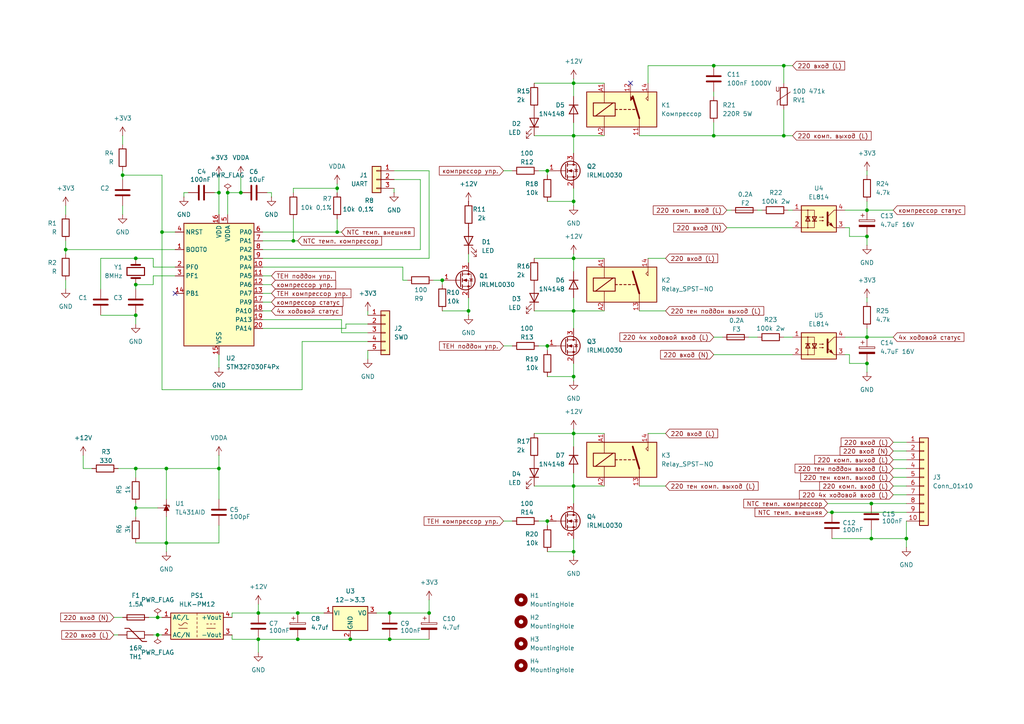
<source format=kicad_sch>
(kicad_sch (version 20231120) (generator "eeschema") (generator_version "8.0")
  (paper "A4")
  (title_block (date "2024-11-15"))
  (junction (at 85.09 69.85))
  (junction (at 128.27 81.28))
  (junction (at 35.56 50.8))
  (junction (at 166.37 90.17))
  (junction (at 74.93 177.8))
  (junction (at 158.75 151.13))
  (junction (at 166.37 109.22))
  (junction (at 66.04 55.88))
  (junction (at 166.37 125.73))
  (junction (at 39.37 82.55))
  (junction (at 39.37 147.32))
  (junction (at 207.01 19.05))
  (junction (at 74.93 185.42))
  (junction (at 86.36 185.42))
  (junction (at 207.01 39.37))
  (junction (at 97.79 54.61))
  (junction (at 251.46 97.79))
  (junction (at 45.72 184.15))
  (junction (at 252.73 146.05))
  (junction (at 227.33 39.37))
  (junction (at 158.75 49.53))
  (junction (at 46.99 67.31))
  (junction (at 63.5 55.88))
  (junction (at 97.79 67.31))
  (junction (at 48.26 157.48))
  (junction (at 86.36 177.8))
  (junction (at 241.3 148.59))
  (junction (at 69.85 55.88))
  (junction (at 251.46 60.96))
  (junction (at 113.03 177.8))
  (junction (at 227.33 19.05))
  (junction (at 251.46 105.41))
  (junction (at 166.37 140.97))
  (junction (at 39.37 91.44))
  (junction (at 48.26 135.89))
  (junction (at 113.03 185.42))
  (junction (at 166.37 24.13))
  (junction (at 39.37 135.89))
  (junction (at 166.37 74.93))
  (junction (at 124.46 177.8))
  (junction (at 166.37 39.37))
  (junction (at 63.5 135.89))
  (junction (at 19.05 72.39))
  (junction (at 158.75 100.33))
  (junction (at 135.89 90.17))
  (junction (at 251.46 68.58))
  (junction (at 166.37 160.02))
  (junction (at 45.72 179.07))
  (junction (at 39.37 74.93))
  (junction (at 101.6 185.42))
  (junction (at 252.73 156.21))
  (junction (at 166.37 58.42))
  (junction (at 262.89 156.21))
  (no_connect (at 182.88 24.13))
  (no_connect (at 50.8 85.09))
  (wire (pts (xy 39.37 147.32) (xy 39.37 149.86)))
  (wire (pts (xy 67.31 177.8) (xy 74.93 177.8)))
  (wire (pts (xy 154.94 125.73) (xy 166.37 125.73)))
  (wire (pts (xy 106.68 90.17) (xy 106.68 91.44)))
  (wire (pts (xy 74.93 185.42) (xy 74.93 189.23)))
  (wire (pts (xy 63.5 55.88) (xy 63.5 62.23)))
  (wire (pts (xy 101.6 185.42) (xy 113.03 185.42)))
  (wire (pts (xy 227.33 97.79) (xy 229.87 97.79)))
  (wire (pts (xy 251.46 68.58) (xy 251.46 71.12)))
  (wire (pts (xy 35.56 49.53) (xy 35.56 50.8)))
  (wire (pts (xy 156.21 151.13) (xy 158.75 151.13)))
  (wire (pts (xy 33.02 179.07) (xy 35.56 179.07)))
  (wire (pts (xy 97.79 54.61) (xy 97.79 55.88)))
  (wire (pts (xy 135.89 73.66) (xy 135.89 76.2)))
  (wire (pts (xy 86.36 177.8) (xy 93.98 177.8)))
  (wire (pts (xy 156.21 49.53) (xy 158.75 49.53)))
  (wire (pts (xy 227.33 31.75) (xy 227.33 39.37)))
  (wire (pts (xy 39.37 135.89) (xy 39.37 138.43)))
  (wire (pts (xy 166.37 35.56) (xy 166.37 39.37)))
  (wire (pts (xy 99.06 92.71) (xy 99.06 96.52)))
  (wire (pts (xy 240.03 146.05) (xy 252.73 146.05)))
  (wire (pts (xy 207.01 19.05) (xy 227.33 19.05)))
  (wire (pts (xy 207.01 39.37) (xy 185.42 39.37)))
  (wire (pts (xy 240.03 148.59) (xy 241.3 148.59)))
  (wire (pts (xy 78.74 57.15) (xy 78.74 55.88)))
  (wire (pts (xy 246.38 68.58) (xy 251.46 68.58)))
  (wire (pts (xy 67.31 185.42) (xy 67.31 184.15)))
  (wire (pts (xy 46.99 67.31) (xy 46.99 113.03)))
  (wire (pts (xy 262.89 158.75) (xy 262.89 156.21)))
  (wire (pts (xy 158.75 109.22) (xy 166.37 109.22)))
  (wire (pts (xy 158.75 160.02) (xy 166.37 160.02)))
  (wire (pts (xy 158.75 151.13) (xy 158.75 152.4)))
  (wire (pts (xy 227.33 19.05) (xy 227.33 24.13)))
  (wire (pts (xy 146.05 49.53) (xy 148.59 49.53)))
  (wire (pts (xy 166.37 74.93) (xy 175.26 74.93)))
  (wire (pts (xy 241.3 156.21) (xy 252.73 156.21)))
  (wire (pts (xy 34.29 135.89) (xy 39.37 135.89)))
  (wire (pts (xy 39.37 82.55) (xy 44.45 82.55)))
  (wire (pts (xy 166.37 74.93) (xy 166.37 78.74)))
  (wire (pts (xy 19.05 69.85) (xy 19.05 72.39)))
  (wire (pts (xy 227.33 39.37) (xy 229.87 39.37)))
  (wire (pts (xy 35.56 50.8) (xy 35.56 52.07)))
  (wire (pts (xy 67.31 179.07) (xy 67.31 177.8)))
  (wire (pts (xy 33.02 184.15) (xy 34.29 184.15)))
  (wire (pts (xy 97.79 63.5) (xy 97.79 67.31)))
  (wire (pts (xy 114.3 49.53) (xy 124.46 49.53)))
  (wire (pts (xy 175.26 39.37) (xy 166.37 39.37)))
  (wire (pts (xy 158.75 100.33) (xy 158.75 101.6)))
  (wire (pts (xy 66.04 55.88) (xy 69.85 55.88)))
  (wire (pts (xy 219.71 60.96) (xy 220.98 60.96)))
  (wire (pts (xy 97.79 67.31) (xy 99.06 67.31)))
  (wire (pts (xy 48.26 157.48) (xy 48.26 149.86)))
  (wire (pts (xy 53.34 55.88) (xy 54.61 55.88)))
  (wire (pts (xy 251.46 97.79) (xy 259.08 97.79)))
  (wire (pts (xy 66.04 62.23) (xy 66.04 55.88)))
  (wire (pts (xy 29.21 91.44) (xy 39.37 91.44)))
  (wire (pts (xy 76.2 90.17) (xy 78.74 90.17)))
  (wire (pts (xy 227.33 19.05) (xy 229.87 19.05)))
  (wire (pts (xy 166.37 39.37) (xy 166.37 44.45)))
  (wire (pts (xy 124.46 74.93) (xy 76.2 74.93)))
  (wire (pts (xy 166.37 160.02) (xy 166.37 161.29)))
  (wire (pts (xy 166.37 54.61) (xy 166.37 58.42)))
  (wire (pts (xy 35.56 39.37) (xy 35.56 41.91)))
  (wire (pts (xy 154.94 90.17) (xy 166.37 90.17)))
  (wire (pts (xy 207.01 97.79) (xy 209.55 97.79)))
  (wire (pts (xy 187.96 74.93) (xy 193.04 74.93)))
  (wire (pts (xy 252.73 146.05) (xy 262.89 146.05)))
  (wire (pts (xy 259.08 128.27) (xy 262.89 128.27)))
  (wire (pts (xy 210.82 66.04) (xy 229.87 66.04)))
  (wire (pts (xy 74.93 185.42) (xy 86.36 185.42)))
  (wire (pts (xy 43.18 179.07) (xy 45.72 179.07)))
  (wire (pts (xy 166.37 86.36) (xy 166.37 90.17)))
  (wire (pts (xy 87.63 113.03) (xy 87.63 99.06)))
  (wire (pts (xy 29.21 83.82) (xy 29.21 74.93)))
  (wire (pts (xy 74.93 177.8) (xy 86.36 177.8)))
  (wire (pts (xy 259.08 140.97) (xy 262.89 140.97)))
  (wire (pts (xy 114.3 52.07) (xy 121.92 52.07)))
  (wire (pts (xy 259.08 143.51) (xy 262.89 143.51)))
  (wire (pts (xy 245.11 102.87) (xy 246.38 102.87)))
  (wire (pts (xy 113.03 185.42) (xy 124.46 185.42)))
  (wire (pts (xy 166.37 140.97) (xy 175.26 140.97)))
  (wire (pts (xy 63.5 102.87) (xy 63.5 106.68)))
  (wire (pts (xy 45.72 184.15) (xy 46.99 184.15)))
  (wire (pts (xy 48.26 144.78) (xy 48.26 135.89)))
  (wire (pts (xy 85.09 54.61) (xy 97.79 54.61)))
  (wire (pts (xy 39.37 157.48) (xy 48.26 157.48)))
  (wire (pts (xy 259.08 133.35) (xy 262.89 133.35)))
  (wire (pts (xy 85.09 63.5) (xy 85.09 69.85)))
  (wire (pts (xy 207.01 102.87) (xy 229.87 102.87)))
  (wire (pts (xy 217.17 97.79) (xy 219.71 97.79)))
  (wire (pts (xy 50.8 67.31) (xy 46.99 67.31)))
  (wire (pts (xy 44.45 80.01) (xy 44.45 82.55)))
  (wire (pts (xy 44.45 184.15) (xy 45.72 184.15)))
  (wire (pts (xy 251.46 105.41) (xy 251.46 107.95)))
  (wire (pts (xy 63.5 55.88) (xy 62.23 55.88)))
  (wire (pts (xy 246.38 105.41) (xy 251.46 105.41)))
  (wire (pts (xy 128.27 81.28) (xy 128.27 82.55)))
  (wire (pts (xy 76.2 87.63) (xy 78.74 87.63)))
  (wire (pts (xy 76.2 95.25) (xy 100.33 95.25)))
  (wire (pts (xy 116.84 81.28) (xy 116.84 77.47)))
  (wire (pts (xy 166.37 22.86) (xy 166.37 24.13)))
  (wire (pts (xy 74.93 175.26) (xy 74.93 177.8)))
  (wire (pts (xy 50.8 77.47) (xy 44.45 77.47)))
  (wire (pts (xy 63.5 144.78) (xy 63.5 135.89)))
  (wire (pts (xy 154.94 74.93) (xy 166.37 74.93)))
  (wire (pts (xy 50.8 80.01) (xy 44.45 80.01)))
  (wire (pts (xy 76.2 67.31) (xy 97.79 67.31)))
  (wire (pts (xy 63.5 157.48) (xy 48.26 157.48)))
  (wire (pts (xy 106.68 101.6) (xy 106.68 104.14)))
  (wire (pts (xy 85.09 55.88) (xy 85.09 54.61)))
  (wire (pts (xy 146.05 151.13) (xy 148.59 151.13)))
  (wire (pts (xy 45.72 147.32) (xy 39.37 147.32)))
  (wire (pts (xy 63.5 132.08) (xy 63.5 135.89)))
  (wire (pts (xy 259.08 135.89) (xy 262.89 135.89)))
  (wire (pts (xy 39.37 82.55) (xy 39.37 83.82)))
  (wire (pts (xy 69.85 50.8) (xy 69.85 55.88)))
  (wire (pts (xy 48.26 135.89) (xy 39.37 135.89)))
  (wire (pts (xy 166.37 90.17) (xy 175.26 90.17)))
  (wire (pts (xy 19.05 81.28) (xy 19.05 83.82)))
  (wire (pts (xy 210.82 60.96) (xy 212.09 60.96)))
  (wire (pts (xy 78.74 55.88) (xy 77.47 55.88)))
  (wire (pts (xy 166.37 90.17) (xy 166.37 95.25)))
  (wire (pts (xy 135.89 86.36) (xy 135.89 90.17)))
  (wire (pts (xy 228.6 60.96) (xy 229.87 60.96)))
  (wire (pts (xy 154.94 39.37) (xy 166.37 39.37)))
  (wire (pts (xy 166.37 109.22) (xy 166.37 110.49)))
  (wire (pts (xy 207.01 19.05) (xy 187.96 19.05)))
  (wire (pts (xy 166.37 24.13) (xy 175.26 24.13)))
  (wire (pts (xy 121.92 52.07) (xy 121.92 72.39)))
  (wire (pts (xy 116.84 77.47) (xy 76.2 77.47)))
  (wire (pts (xy 252.73 156.21) (xy 262.89 156.21)))
  (wire (pts (xy 251.46 49.53) (xy 251.46 50.8)))
  (wire (pts (xy 146.05 100.33) (xy 148.59 100.33)))
  (wire (pts (xy 251.46 86.36) (xy 251.46 87.63)))
  (wire (pts (xy 116.84 81.28) (xy 118.11 81.28)))
  (wire (pts (xy 166.37 27.94) (xy 166.37 24.13)))
  (wire (pts (xy 44.45 74.93) (xy 39.37 74.93)))
  (wire (pts (xy 185.42 140.97) (xy 193.04 140.97)))
  (wire (pts (xy 85.09 69.85) (xy 86.36 69.85)))
  (wire (pts (xy 76.2 85.09) (xy 78.74 85.09)))
  (wire (pts (xy 97.79 53.34) (xy 97.79 54.61)))
  (wire (pts (xy 246.38 66.04) (xy 246.38 68.58)))
  (wire (pts (xy 158.75 49.53) (xy 158.75 50.8)))
  (wire (pts (xy 124.46 173.99) (xy 124.46 177.8)))
  (wire (pts (xy 124.46 49.53) (xy 124.46 74.93)))
  (wire (pts (xy 128.27 90.17) (xy 135.89 90.17)))
  (wire (pts (xy 185.42 90.17) (xy 193.04 90.17)))
  (wire (pts (xy 166.37 156.21) (xy 166.37 160.02)))
  (wire (pts (xy 166.37 140.97) (xy 166.37 146.05)))
  (wire (pts (xy 19.05 72.39) (xy 19.05 73.66)))
  (wire (pts (xy 114.3 54.61) (xy 114.3 55.88)))
  (wire (pts (xy 207.01 26.67) (xy 207.01 27.94)))
  (wire (pts (xy 259.08 130.81) (xy 262.89 130.81)))
  (wire (pts (xy 158.75 58.42) (xy 166.37 58.42)))
  (wire (pts (xy 166.37 125.73) (xy 166.37 129.54)))
  (wire (pts (xy 187.96 19.05) (xy 187.96 24.13)))
  (wire (pts (xy 245.11 60.96) (xy 251.46 60.96)))
  (wire (pts (xy 166.37 73.66) (xy 166.37 74.93)))
  (wire (pts (xy 46.99 50.8) (xy 35.56 50.8)))
  (wire (pts (xy 19.05 59.69) (xy 19.05 62.23)))
  (wire (pts (xy 135.89 90.17) (xy 135.89 91.44)))
  (wire (pts (xy 76.2 82.55) (xy 78.74 82.55)))
  (wire (pts (xy 113.03 177.8) (xy 124.46 177.8)))
  (wire (pts (xy 39.37 91.44) (xy 39.37 93.98)))
  (wire (pts (xy 87.63 99.06) (xy 106.68 99.06)))
  (wire (pts (xy 63.5 152.4) (xy 63.5 157.48)))
  (wire (pts (xy 166.37 125.73) (xy 175.26 125.73)))
  (wire (pts (xy 24.13 132.08) (xy 24.13 135.89)))
  (wire (pts (xy 76.2 80.01) (xy 78.74 80.01)))
  (wire (pts (xy 156.21 100.33) (xy 158.75 100.33)))
  (wire (pts (xy 100.33 93.98) (xy 106.68 93.98)))
  (wire (pts (xy 166.37 137.16) (xy 166.37 140.97)))
  (wire (pts (xy 207.01 39.37) (xy 227.33 39.37)))
  (wire (pts (xy 24.13 135.89) (xy 26.67 135.89)))
  (wire (pts (xy 53.34 57.15) (xy 53.34 55.88)))
  (wire (pts (xy 45.72 179.07) (xy 46.99 179.07)))
  (wire (pts (xy 187.96 125.73) (xy 193.04 125.73)))
  (wire (pts (xy 245.11 66.04) (xy 246.38 66.04)))
  (wire (pts (xy 39.37 147.32) (xy 39.37 146.05)))
  (wire (pts (xy 246.38 102.87) (xy 246.38 105.41)))
  (wire (pts (xy 76.2 92.71) (xy 99.06 92.71)))
  (wire (pts (xy 166.37 105.41) (xy 166.37 109.22)))
  (wire (pts (xy 109.22 177.8) (xy 113.03 177.8)))
  (wire (pts (xy 76.2 72.39) (xy 121.92 72.39)))
  (wire (pts (xy 207.01 35.56) (xy 207.01 39.37)))
  (wire (pts (xy 125.73 81.28) (xy 128.27 81.28)))
  (wire (pts (xy 63.5 135.89) (xy 48.26 135.89)))
  (wire (pts (xy 245.11 97.79) (xy 251.46 97.79)))
  (wire (pts (xy 100.33 93.98) (xy 100.33 95.25)))
  (wire (pts (xy 67.31 185.42) (xy 74.93 185.42)))
  (wire (pts (xy 99.06 96.52) (xy 106.68 96.52)))
  (wire (pts (xy 259.08 138.43) (xy 262.89 138.43)))
  (wire (pts (xy 251.46 58.42) (xy 251.46 60.96)))
  (wire (pts (xy 166.37 58.42) (xy 166.37 59.69)))
  (wire (pts (xy 46.99 113.03) (xy 87.63 113.03)))
  (wire (pts (xy 252.73 153.67) (xy 252.73 156.21)))
  (wire (pts (xy 48.26 157.48) (xy 48.26 160.02)))
  (wire (pts (xy 241.3 148.59) (xy 262.89 148.59)))
  (wire (pts (xy 251.46 95.25) (xy 251.46 97.79)))
  (wire (pts (xy 154.94 140.97) (xy 166.37 140.97)))
  (wire (pts (xy 63.5 50.8) (xy 63.5 55.88)))
  (wire (pts (xy 86.36 185.42) (xy 101.6 185.42)))
  (wire (pts (xy 154.94 24.13) (xy 166.37 24.13)))
  (wire (pts (xy 76.2 69.85) (xy 85.09 69.85)))
  (wire (pts (xy 44.45 77.47) (xy 44.45 74.93)))
  (wire (pts (xy 46.99 67.31) (xy 46.99 50.8)))
  (wire (pts (xy 35.56 59.69) (xy 35.56 62.23)))
  (wire (pts (xy 29.21 74.93) (xy 39.37 74.93)))
  (wire (pts (xy 166.37 124.46) (xy 166.37 125.73)))
  (wire (pts (xy 19.05 72.39) (xy 50.8 72.39)))
  (wire (pts (xy 251.46 60.96) (xy 259.08 60.96)))
  (wire (pts (xy 262.89 156.21) (xy 262.89 151.13)))
  (global_label "220 тен комп. выход (L)" (shape input) (at 259.08 138.43 180) (property "Intersheetrefs" "${INTERSHEET_REFS}" (effects (hide yes))))
  (global_label "220 комп. выход (L)" (shape input) (at 259.08 133.35 180) (property "Intersheetrefs" "${INTERSHEET_REFS}" (effects (hide yes))))
  (global_label "220 тен комп. выход (L)" (shape input) (at 193.04 140.97 0) (property "Intersheetrefs" "${INTERSHEET_REFS}" (effects (hide yes))))
  (global_label "220 4х ходовой вход (L)" (shape input) (at 207.01 97.79 180) (property "Intersheetrefs" "${INTERSHEET_REFS}" (effects (hide yes))))
  (global_label "ТЕН поддон упр." (shape input) (at 146.05 100.33 180) (property "Intersheetrefs" "${INTERSHEET_REFS}" (effects (hide yes))))
  (global_label "4х ходовой статус" (shape input) (at 259.08 97.79 0) (property "Intersheetrefs" "${INTERSHEET_REFS}" (effects (hide yes))))
  (global_label "220 комп. вход (L)" (shape input) (at 210.82 60.96 180) (property "Intersheetrefs" "${INTERSHEET_REFS}" (effects (hide yes))))
  (global_label "220 вход (N)" (shape input) (at 259.08 130.81 180) (property "Intersheetrefs" "${INTERSHEET_REFS}" (effects (hide yes))))
  (global_label "NTC темп. компрессор" (shape input) (at 240.03 146.05 180) (property "Intersheetrefs" "${INTERSHEET_REFS}" (effects (hide yes))))
  (global_label "220 вход (L)" (shape input) (at 33.02 184.15 180) (property "Intersheetrefs" "${INTERSHEET_REFS}" (effects (hide yes))))
  (global_label "220 тен поддон выход (L)" (shape input) (at 259.08 135.89 180) (property "Intersheetrefs" "${INTERSHEET_REFS}" (effects (hide yes))))
  (global_label "ТЕН компрессор упр." (shape input) (at 146.05 151.13 180) (property "Intersheetrefs" "${INTERSHEET_REFS}" (effects (hide yes))))
  (global_label "NTC темп. внешняя" (shape input) (at 99.06 67.31 0) (property "Intersheetrefs" "${INTERSHEET_REFS}" (effects (hide yes))))
  (global_label "ТЕН компрессор упр." (shape input) (at 78.74 85.09 0) (property "Intersheetrefs" "${INTERSHEET_REFS}" (effects (hide yes))))
  (global_label "NTC темп. компрессор" (shape input) (at 86.36 69.85 0) (property "Intersheetrefs" "${INTERSHEET_REFS}" (effects (hide yes))))
  (global_label "220 вход (N)" (shape input) (at 210.82 66.04 180) (property "Intersheetrefs" "${INTERSHEET_REFS}" (effects (hide yes))))
  (global_label "220 комп. вход (L)" (shape input) (at 259.08 140.97 180) (property "Intersheetrefs" "${INTERSHEET_REFS}" (effects (hide yes))))
  (global_label "220 тен поддон выход (L)" (shape input) (at 193.04 90.17 0) (property "Intersheetrefs" "${INTERSHEET_REFS}" (effects (hide yes))))
  (global_label "220 вход (N)" (shape input) (at 33.02 179.07 180) (property "Intersheetrefs" "${INTERSHEET_REFS}" (effects (hide yes))))
  (global_label "220 вход (L)" (shape input) (at 193.04 74.93 0) (property "Intersheetrefs" "${INTERSHEET_REFS}" (effects (hide yes))))
  (global_label "компрессор упр." (shape input) (at 146.05 49.53 180) (property "Intersheetrefs" "${INTERSHEET_REFS}" (effects (hide yes))))
  (global_label "4х ходовой статус" (shape input) (at 78.74 90.17 0) (property "Intersheetrefs" "${INTERSHEET_REFS}" (effects (hide yes))))
  (global_label "компрессор упр." (shape input) (at 78.74 82.55 0) (property "Intersheetrefs" "${INTERSHEET_REFS}" (effects (hide yes))))
  (global_label "компрессор статус" (shape input) (at 78.74 87.63 0) (property "Intersheetrefs" "${INTERSHEET_REFS}" (effects (hide yes))))
  (global_label "220 вход (L)" (shape input) (at 193.04 125.73 0) (property "Intersheetrefs" "${INTERSHEET_REFS}" (effects (hide yes))))
  (global_label "компрессор статус" (shape input) (at 259.08 60.96 0) (property "Intersheetrefs" "${INTERSHEET_REFS}" (effects (hide yes))))
  (global_label "220 4х ходовой вход (L)" (shape input) (at 259.08 143.51 180) (property "Intersheetrefs" "${INTERSHEET_REFS}" (effects (hide yes))))
  (global_label "220 вход (L)" (shape input) (at 229.87 19.05 0) (property "Intersheetrefs" "${INTERSHEET_REFS}" (effects (hide yes))))
  (global_label "220 вход (N)" (shape input) (at 207.01 102.87 180) (property "Intersheetrefs" "${INTERSHEET_REFS}" (effects (hide yes))))
  (global_label "NTC темп. внешняя" (shape input) (at 240.03 148.59 180) (property "Intersheetrefs" "${INTERSHEET_REFS}" (effects (hide yes))))
  (global_label "220 вход (L)" (shape input) (at 259.08 128.27 180) (property "Intersheetrefs" "${INTERSHEET_REFS}" (effects (hide yes))))
  (global_label "ТЕН поддон упр." (shape input) (at 78.74 80.01 0) (property "Intersheetrefs" "${INTERSHEET_REFS}" (effects (hide yes))))
  (global_label "220 комп. выход (L)" (shape input) (at 229.87 39.37 0) (property "Intersheetrefs" "${INTERSHEET_REFS}" (effects (hide yes))))
  (symbol (lib_id "Isolator:EL814") (at 237.49 63.5 0) (unit 1)
    (property "Reference" "U4" (at 237.49 54.61 0))
    (property "Value" "EL814" (at 237.49 57.15 0))
    (property "Footprint" "Package_DIP:DIP-4_W7.62mm_LongPads" (effects (hide yes)))
    (property "Datasheet" "http://www.everlight.com/file/ProductFile/EL814.pdf" (effects (hide yes)))
    (property "Description" "AC/DC NPN Optocoupler, DIP4/SMD4" (effects (hide yes)))
  )
  (symbol (lib_id "Device:R") (at 223.52 97.79 90) (unit 1)
    (property "Reference" "R23" (at 223.52 92.71 90))
    (property "Value" "100k 2w" (at 223.52 95.25 90))
    (property "Footprint" "Resistor_THT:R_Axial_DIN0207_L6.3mm_D2.5mm_P5.08mm_Vertical" (effects (hide yes)))
    (property "Description" "Resistor" (effects (hide yes)))
  )
  (symbol (lib_id "Device:R") (at 128.27 86.36 0) (mirror y) (unit 1)
    (property "Reference" "R10" (at 133.35 84.836 0) (effects (justify left)))
    (property "Value" "10k" (at 133.35 87.376 0) (effects (justify left)))
    (property "Footprint" "Resistor_SMD:R_0805_2012Metric_Pad1.20x1.40mm_HandSolder" (effects (hide yes)))
    (property "Description" "Resistor" (effects (hide yes)))
  )
  (symbol (lib_id "Device:Varistor") (at 227.33 27.94 0) (mirror x) (unit 1)
    (property "Reference" "RV1" (at 229.87 29.0168 0) (effects (justify left)))
    (property "Value" "10D 471k" (at 229.87 26.4768 0) (effects (justify left)))
    (property "Footprint" "Varistor:RV_Disc_D9mm_W3.4mm_P5mm" (effects (hide yes)))
    (property "Description" "Voltage dependent resistor" (effects (hide yes)))
    (property "Sim.Name" "kicad_builtin_varistor" (effects (hide yes)))
    (property "Sim.Device" "SUBCKT" (effects (hide yes)))
    (property "Sim.Pins" "1=A 2=B" (effects (hide yes)))
    (property "Sim.Params" "threshold=1k" (effects (hide yes)))
    (property "Sim.Library" "${KICAD7_SYMBOL_DIR}/Simulation_SPICE.sp" (effects (hide yes)))
  )
  (symbol (lib_id "Device:R") (at 19.05 77.47 0) (mirror y) (unit 1)
    (property "Reference" "R2" (at 16.51 76.1999 0) (effects (justify left)))
    (property "Value" "R" (at 16.51 78.7399 0) (effects (justify left)))
    (property "Footprint" "Resistor_SMD:R_0805_2012Metric_Pad1.20x1.40mm_HandSolder" (effects (hide yes)))
    (property "Description" "Resistor" (effects (hide yes)))
  )
  (symbol (lib_id "Device:R") (at 154.94 27.94 0) (unit 1)
    (property "Reference" "R15" (at 149.86 26.416 0) (effects (justify left)))
    (property "Value" "2k" (at 149.86 28.956 0) (effects (justify left)))
    (property "Footprint" "Resistor_SMD:R_0805_2012Metric_Pad1.20x1.40mm_HandSolder" (effects (hide yes)))
    (property "Description" "Resistor" (effects (hide yes)))
  )
  (symbol (lib_id "Relay:Relay_SPDT") (at 180.34 31.75 0) (unit 1)
    (property "Reference" "K1" (at 191.77 30.4799 0) (effects (justify left)))
    (property "Value" "Компрессор" (at 191.77 33.0199 0) (effects (justify left)))
    (property "Footprint" "Relay_THT:Relay_SPDT_RAYEX-L90S" (effects (hide yes)))
    (property "Description" "Relay SPDT, monostable, EN50005" (effects (hide yes)))
  )
  (symbol (lib_id "MCU_ST_STM32F0:STM32F030F4Px") (at 63.5 82.55 0) (unit 1)
    (property "Reference" "U2" (at 65.532 103.886 0) (effects (justify left)))
    (property "Value" "STM32F030F4Px" (at 65.532 106.426 0) (effects (justify left)))
    (property "Footprint" "Package_SO:TSSOP-20_4.4x6.5mm_P0.65mm" (effects (hide yes)))
    (property "Datasheet" "https://www.st.com/resource/en/datasheet/stm32f030f4.pdf" (effects (hide yes)))
    (property "Description" "STMicroelectronics Arm Cortex-M0 MCU, 16KB flash, 4KB RAM, 48 MHz, 2.4-3.6V, 15 GPIO, TSSOP20" (effects (hide yes)))
  )
  (symbol (lib_id "Relay:Relay_SPST-NO") (at 180.34 82.55 0) (unit 1)
    (property "Reference" "K2" (at 191.77 81.2799 0) (effects (justify left)))
    (property "Value" "Relay_SPST-NO" (at 191.77 83.8199 0) (effects (justify left)))
    (property "Footprint" "Relay_THT:Relay_SPST_Schrack-RP-II-1-FormA_RM3.5mm" (effects (hide yes)))
    (property "Description" "Relay SPST, normally open, EN50005" (effects (hide yes)))
  )
  (symbol (lib_id "Device:R") (at 152.4 100.33 90) (unit 1)
    (property "Reference" "R13" (at 150.8981 97.7942 90) (effects (justify right)))
    (property "Value" "100" (at 150.8981 95.2542 90) (effects (justify right)))
    (property "Footprint" "Resistor_SMD:R_0805_2012Metric_Pad1.20x1.40mm_HandSolder" (effects (hide yes)))
    (property "Description" "Resistor" (effects (hide yes)))
  )
  (symbol (lib_id "power:GND") (at 63.5 106.68 0) (unit 1)
    (property "Reference" "#PWR010" (effects (hide yes)))
    (property "Value" "GND" (at 63.5 111.76 0))
    (property "Description" "Power symbol creates a global label with name \"GND\" , ground" (effects (hide yes)))
  )
  (symbol (lib_id "Isolator:EL814") (at 237.49 100.33 0) (unit 1)
    (property "Reference" "U5" (at 237.49 91.44 0))
    (property "Value" "EL814" (at 237.49 93.98 0))
    (property "Footprint" "Package_DIP:DIP-4_W7.62mm_LongPads" (effects (hide yes)))
    (property "Datasheet" "http://www.everlight.com/file/ProductFile/EL814.pdf" (effects (hide yes)))
    (property "Description" "AC/DC NPN Optocoupler, DIP4/SMD4" (effects (hide yes)))
  )
  (symbol (lib_id "Device:C_Polarized") (at 86.36 181.61 0) (unit 1)
    (property "Reference" "C8" (at 90.17 179.4509 0) (effects (justify left)))
    (property "Value" "4.7uf" (at 90.17 181.9909 0) (effects (justify left)))
    (property "Footprint" "Capacitor_THT:CP_Radial_D5.0mm_P2.50mm" (effects (hide yes)))
    (property "Description" "Polarized capacitor" (effects (hide yes)))
  )
  (symbol (lib_id "Device:R") (at 152.4 151.13 90) (unit 1)
    (property "Reference" "R14" (at 150.8981 148.5942 90) (effects (justify right)))
    (property "Value" "100" (at 150.8981 146.0542 90) (effects (justify right)))
    (property "Footprint" "Resistor_SMD:R_0805_2012Metric_Pad1.20x1.40mm_HandSolder" (effects (hide yes)))
    (property "Description" "Resistor" (effects (hide yes)))
  )
  (symbol (lib_id "power:GND") (at 251.46 107.95 0) (unit 1)
    (property "Reference" "#PWR032" (effects (hide yes)))
    (property "Value" "GND" (at 251.46 113.03 0))
    (property "Description" "Power symbol creates a global label with name \"GND\" , ground" (effects (hide yes)))
  )
  (symbol (lib_id "Device:C") (at 58.42 55.88 270) (mirror x) (unit 1)
    (property "Reference" "C4" (at 57.15 49.784 90) (effects (justify left)))
    (property "Value" "100nF" (at 55.118 52.07 90) (effects (justify left)))
    (property "Footprint" "Capacitor_SMD:C_0805_2012Metric_Pad1.18x1.45mm_HandSolder" (effects (hide yes)))
    (property "Description" "Unpolarized capacitor" (effects (hide yes)))
  )
  (symbol (lib_id "Device:R") (at 251.46 91.44 0) (unit 1)
    (property "Reference" "R25" (at 254 90.1699 0) (effects (justify left)))
    (property "Value" "4.7k" (at 254 92.7099 0) (effects (justify left)))
    (property "Footprint" "Resistor_SMD:R_0805_2012Metric_Pad1.20x1.40mm_HandSolder" (effects (hide yes)))
    (property "Description" "Resistor" (effects (hide yes)))
  )
  (symbol (lib_id "power:GND") (at 166.37 161.29 0) (unit 1)
    (property "Reference" "#PWR028" (effects (hide yes)))
    (property "Value" "GND" (at 166.37 166.37 0))
    (property "Description" "Power symbol creates a global label with name \"GND\" , ground" (effects (hide yes)))
  )
  (symbol (lib_id "Device:R") (at 158.75 156.21 0) (mirror y) (unit 1)
    (property "Reference" "R20" (at 156.21 154.9399 0) (effects (justify left)))
    (property "Value" "10k" (at 156.21 157.4799 0) (effects (justify left)))
    (property "Footprint" "Resistor_SMD:R_0805_2012Metric_Pad1.20x1.40mm_HandSolder" (effects (hide yes)))
    (property "Description" "Resistor" (effects (hide yes)))
  )
  (symbol (lib_id "Regulator_Linear:LM7805_TO220") (at 101.6 177.8 0) (unit 1)
    (property "Reference" "U3" (at 101.6 171.45 0))
    (property "Value" "12->3.3" (at 101.6 173.99 0))
    (property "Footprint" "Package_TO_SOT_THT:TO-220-3_Vertical" (effects (hide yes)))
    (property "Datasheet" "https://www.onsemi.cn/PowerSolutions/document/MC7800-D.PDF" (effects (hide yes)))
    (property "Description" "Positive 1A 35V Linear Regulator, Fixed Output 5V, TO-220" (effects (hide yes)))
  )
  (symbol (lib_id "Mechanical:MountingHole") (at 151.13 186.69 0) (unit 1) (exclude_from_sim yes) (in_bom no)
    (property "Reference" "H3" (at 153.67 185.4199 0) (effects (justify left)))
    (property "Value" "MountingHole" (at 153.67 187.9599 0) (effects (justify left)))
    (property "Footprint" "MountingHole:MountingHole_3.2mm_M3" (effects (hide yes)))
    (property "Description" "Mounting Hole without connection" (effects (hide yes)))
  )
  (symbol (lib_id "power:+12V") (at 74.93 175.26 0) (unit 1)
    (property "Reference" "#PWR013" (effects (hide yes)))
    (property "Value" "+12V" (at 74.93 170.18 0))
    (property "Description" "Power symbol creates a global label with name \"+12V\"" (effects (hide yes)))
  )
  (symbol (lib_id "Device:R") (at 39.37 142.24 180) (unit 1)
    (property "Reference" "R5" (at 34.544 141.986 90))
    (property "Value" "1k" (at 37.084 141.986 90))
    (property "Footprint" "Resistor_SMD:R_1206_3216Metric_Pad1.30x1.75mm_HandSolder" (effects (hide yes)))
    (property "Description" "Resistor" (effects (hide yes)))
  )
  (symbol (lib_id "Transistor_FET:IRLML0030") (at 163.83 49.53 0) (unit 1)
    (property "Reference" "Q2" (at 170.18 48.2599 0) (effects (justify left)))
    (property "Value" "IRLML0030" (at 170.18 50.7999 0) (effects (justify left)))
    (property "Footprint" "Package_TO_SOT_SMD:SOT-23W_Handsoldering" (effects (hide yes)))
    (property "Datasheet" "https://www.infineon.com/dgdl/irlml0030pbf.pdf?fileId=5546d462533600a401535664773825df" (effects (hide yes)))
    (property "Description" "5.3A Id, 30V Vds, 27mOhm Rds, N-Channel HEXFET Power MOSFET, SOT-23" (effects (hide yes)))
  )
  (symbol (lib_id "Device:C") (at 241.3 152.4 0) (unit 1)
    (property "Reference" "C12" (at 244.348 151.638 0) (effects (justify left)))
    (property "Value" "100nF" (at 244.348 153.67 0) (effects (justify left)))
    (property "Footprint" "Capacitor_SMD:C_0805_2012Metric_Pad1.18x1.45mm_HandSolder" (effects (hide yes)))
    (property "Description" "Unpolarized capacitor" (effects (hide yes)))
  )
  (symbol (lib_id "Device:Thermistor") (at 39.37 184.15 90) (mirror x) (unit 1)
    (property "Reference" "TH1" (at 39.37 190.5 90))
    (property "Value" "16R" (at 39.37 187.96 90))
    (property "Footprint" "Resistor_THT:R_Axial_DIN0617_L17.0mm_D6.0mm_P7.62mm_Vertical" (effects (hide yes)))
    (property "Description" "Temperature dependent resistor" (effects (hide yes)))
  )
  (symbol (lib_id "power:+12V") (at 166.37 73.66 0) (unit 1)
    (property "Reference" "#PWR025" (effects (hide yes)))
    (property "Value" "+12V" (at 166.37 68.58 0))
    (property "Description" "Power symbol creates a global label with name \"+12V\"" (effects (hide yes)))
  )
  (symbol (lib_id "Connector_Generic:Conn_01x10") (at 267.97 138.43 0) (unit 1)
    (property "Reference" "J3" (at 270.51 138.4299 0) (effects (justify left)))
    (property "Value" "Conn_01x10" (at 270.51 140.9699 0) (effects (justify left)))
    (property "Footprint" "Connector_Phoenix_MSTB:PhoenixContact_MSTB_2,5_10-GF-5,08_1x10_P5.08mm_Horizontal_ThreadedFlange" (effects (hide yes)))
    (property "Description" "Generic connector, single row, 01x10, script generated (kicad-library-utils/schlib/autogen/connector/)" (effects (hide yes)))
  )
  (symbol (lib_id "power:VDDA") (at 69.85 50.8 0) (unit 1)
    (property "Reference" "#PWR012" (effects (hide yes)))
    (property "Value" "VDDA" (at 69.85 45.72 0))
    (property "Description" "Power symbol creates a global label with name \"VDDA\"" (effects (hide yes)))
  )
  (symbol (lib_id "Device:R") (at 19.05 66.04 0) (mirror y) (unit 1)
    (property "Reference" "R1" (at 16.51 64.7699 0) (effects (justify left)))
    (property "Value" "R" (at 16.51 67.3099 0) (effects (justify left)))
    (property "Footprint" "Resistor_SMD:R_0805_2012Metric_Pad1.20x1.40mm_HandSolder" (effects (hide yes)))
    (property "Description" "Resistor" (effects (hide yes)))
  )
  (symbol (lib_id "Device:LED") (at 135.89 69.85 90) (unit 1)
    (property "Reference" "D1" (at 139.7 70.1674 90) (effects (justify right)))
    (property "Value" "LED" (at 139.7 72.7074 90) (effects (justify right)))
    (property "Footprint" "LED_THT:LED_D3.0mm" (effects (hide yes)))
    (property "Description" "Light emitting diode" (effects (hide yes)))
  )
  (symbol (lib_id "power:GND") (at 19.05 83.82 0) (unit 1)
    (property "Reference" "#PWR02" (effects (hide yes)))
    (property "Value" "GND" (at 19.05 88.9 0))
    (property "Description" "Power symbol creates a global label with name \"GND\" , ground" (effects (hide yes)))
  )
  (symbol (lib_id "Device:LED") (at 154.94 137.16 270) (mirror x) (unit 1)
    (property "Reference" "D4" (at 151.13 137.4774 90) (effects (justify right)))
    (property "Value" "LED" (at 151.13 140.0174 90) (effects (justify right)))
    (property "Footprint" "LED_THT:LED_D3.0mm" (effects (hide yes)))
    (property "Description" "Light emitting diode" (effects (hide yes)))
  )
  (symbol (lib_id "Diode:1N4148") (at 166.37 82.55 90) (mirror x) (unit 1)
    (property "Reference" "D6" (at 163.83 81.2799 90) (effects (justify left)))
    (property "Value" "1N4148" (at 163.83 83.8199 90) (effects (justify left)))
    (property "Footprint" "Diode_THT:D_DO-35_SOD27_P7.62mm_Horizontal" (effects (hide yes)))
    (property "Datasheet" "https://assets.nexperia.com/documents/data-sheet/1N4148_1N4448.pdf" (effects (hide yes)))
    (property "Description" "100V 0.15A standard switching diode, DO-35" (effects (hide yes)))
    (property "Sim.Device" "D" (effects (hide yes)))
    (property "Sim.Pins" "1=K 2=A" (effects (hide yes)))
  )
  (symbol (lib_id "power:VDDA") (at 97.79 53.34 0) (mirror y) (unit 1)
    (property "Reference" "#PWR016" (effects (hide yes)))
    (property "Value" "VDDA" (at 97.79 48.26 0))
    (property "Description" "Power symbol creates a global label with name \"VDDA\"" (effects (hide yes)))
  )
  (symbol (lib_id "Mechanical:MountingHole") (at 151.13 180.34 0) (unit 1) (exclude_from_sim yes) (in_bom no)
    (property "Reference" "H2" (at 153.67 179.0699 0) (effects (justify left)))
    (property "Value" "MountingHole" (at 153.67 181.6099 0) (effects (justify left)))
    (property "Footprint" "MountingHole:MountingHole_3.2mm_M3" (effects (hide yes)))
    (property "Description" "Mounting Hole without connection" (effects (hide yes)))
  )
  (symbol (lib_id "power:GND") (at 35.56 62.23 0) (unit 1)
    (property "Reference" "#PWR05" (effects (hide yes)))
    (property "Value" "GND" (at 35.56 67.31 0))
    (property "Description" "Power symbol creates a global label with name \"GND\" , ground" (effects (hide yes)))
  )
  (symbol (lib_id "Device:C") (at 29.21 87.63 0) (mirror y) (unit 1)
    (property "Reference" "C1" (at 25.4 86.3599 0) (effects (justify left)))
    (property "Value" "C" (effects (hide yes)))
    (property "Footprint" "Capacitor_SMD:C_0805_2012Metric_Pad1.18x1.45mm_HandSolder" (effects (hide yes)))
    (property "Description" "Unpolarized capacitor" (effects (hide yes)))
  )
  (symbol (lib_id "Connector_Generic:Conn_01x03") (at 109.22 52.07 0) (mirror y) (unit 1)
    (property "Reference" "J1" (at 106.68 50.7999 0) (effects (justify left)))
    (property "Value" "UART" (at 106.68 53.3399 0) (effects (justify left)))
    (property "Footprint" "Connector_PinHeader_2.54mm:PinHeader_1x03_P2.54mm_Vertical" (effects (hide yes)))
    (property "Description" "Generic connector, single row, 01x03, script generated (kicad-library-utils/schlib/autogen/connector/)" (effects (hide yes)))
  )
  (symbol (lib_id "Device:C") (at 39.37 87.63 0) (mirror y) (unit 1)
    (property "Reference" "C3" (at 35.56 86.3599 0) (effects (justify left)))
    (property "Value" "C" (effects (hide yes)))
    (property "Footprint" "Capacitor_SMD:C_0805_2012Metric_Pad1.18x1.45mm_HandSolder" (effects (hide yes)))
    (property "Description" "Unpolarized capacitor" (effects (hide yes)))
  )
  (symbol (lib_id "Device:Fuse") (at 39.37 179.07 90) (unit 1)
    (property "Reference" "F1" (at 39.37 172.72 90))
    (property "Value" "1.5A" (at 39.37 175.26 90))
    (property "Footprint" "Fuse:Fuse_BelFuse_0ZRE0016FF_L9.9mm_W3.8mm" (effects (hide yes)))
    (property "Description" "Fuse" (effects (hide yes)))
  )
  (symbol (lib_id "power:+12V") (at 166.37 124.46 0) (unit 1)
    (property "Reference" "#PWR027" (effects (hide yes)))
    (property "Value" "+12V" (at 166.37 119.38 0))
    (property "Description" "Power symbol creates a global label with name \"+12V\"" (effects (hide yes)))
  )
  (symbol (lib_id "Device:R") (at 152.4 49.53 90) (unit 1)
    (property "Reference" "R12" (at 150.8981 46.9942 90) (effects (justify right)))
    (property "Value" "100" (at 150.8981 44.4542 90) (effects (justify right)))
    (property "Footprint" "Resistor_SMD:R_0805_2012Metric_Pad1.20x1.40mm_HandSolder" (effects (hide yes)))
    (property "Description" "Resistor" (effects (hide yes)))
  )
  (symbol (lib_id "Device:LED") (at 154.94 35.56 270) (mirror x) (unit 1)
    (property "Reference" "D2" (at 151.13 35.8774 90) (effects (justify right)))
    (property "Value" "LED" (at 151.13 38.4174 90) (effects (justify right)))
    (property "Footprint" "LED_THT:LED_D3.0mm" (effects (hide yes)))
    (property "Description" "Light emitting diode" (effects (hide yes)))
  )
  (symbol (lib_id "Device:R") (at 207.01 31.75 0) (unit 1)
    (property "Reference" "R21" (at 209.55 30.4799 0) (effects (justify left)))
    (property "Value" "220R 5W" (at 209.55 33.0199 0) (effects (justify left)))
    (property "Footprint" "Resistor_THT:R_Axial_DIN0918_L18.0mm_D9.0mm_P25.40mm_Horizontal" (effects (hide yes)))
    (property "Description" "Resistor" (effects (hide yes)))
  )
  (symbol (lib_id "power:+3V3") (at 124.46 173.99 0) (mirror y) (unit 1)
    (property "Reference" "#PWR020" (effects (hide yes)))
    (property "Value" "+3V3" (at 124.46 168.91 0))
    (property "Description" "Power symbol creates a global label with name \"+3V3\"" (effects (hide yes)))
  )
  (symbol (lib_id "Device:C") (at 113.03 181.61 0) (unit 1)
    (property "Reference" "C9" (at 116.078 180.848 0) (effects (justify left)))
    (property "Value" "100nF" (at 116.078 182.88 0) (effects (justify left)))
    (property "Footprint" "Capacitor_SMD:C_0805_2012Metric_Pad1.18x1.45mm_HandSolder" (effects (hide yes)))
    (property "Description" "Unpolarized capacitor" (effects (hide yes)))
  )
  (symbol (lib_id "Device:R") (at 39.37 153.67 180) (unit 1)
    (property "Reference" "R6" (at 34.544 153.416 90))
    (property "Value" "3k" (at 37.084 153.416 90))
    (property "Footprint" "Resistor_SMD:R_1206_3216Metric_Pad1.30x1.75mm_HandSolder" (effects (hide yes)))
    (property "Description" "Resistor" (effects (hide yes)))
  )
  (symbol (lib_id "power:+12V") (at 24.13 132.08 0) (unit 1)
    (property "Reference" "#PWR03" (effects (hide yes)))
    (property "Value" "+12V" (at 24.13 127 0))
    (property "Description" "Power symbol creates a global label with name \"+12V\"" (effects (hide yes)))
  )
  (symbol (lib_id "Device:C_Polarized") (at 251.46 64.77 0) (unit 1)
    (property "Reference" "C13" (at 255.27 62.6109 0) (effects (justify left)))
    (property "Value" "4.7uF 16V" (at 255.27 65.1509 0) (effects (justify left)))
    (property "Footprint" "Capacitor_THT:CP_Radial_D5.0mm_P2.00mm" (effects (hide yes)))
    (property "Description" "Polarized capacitor" (effects (hide yes)))
  )
  (symbol (lib_id "Device:Fuse") (at 213.36 97.79 90) (mirror x) (unit 1)
    (property "Reference" "F3" (at 213.614 95.504 90))
    (property "Value" "0.2A" (at 213.614 92.964 90))
    (property "Footprint" "Fuse:Fuse_BelFuse_0ZRE0016FF_L9.9mm_W3.8mm" (effects (hide yes)))
    (property "Description" "Fuse" (effects (hide yes)))
  )
  (symbol (lib_id "power:+3V3") (at 35.56 39.37 0) (unit 1)
    (property "Reference" "#PWR04" (effects (hide yes)))
    (property "Value" "+3V3" (at 35.56 34.29 0))
    (property "Description" "Power symbol creates a global label with name \"+3V3\"" (effects (hide yes)))
  )
  (symbol (lib_id "power:PWR_FLAG") (at 66.04 55.88 0) (unit 1)
    (property "Reference" "#FLG03" (effects (hide yes)))
    (property "Value" "PWR_FLAG" (at 66.04 50.8 0))
    (property "Description" "Special symbol for telling ERC where power comes from" (effects (hide yes)))
  )
  (symbol (lib_id "Device:C_Polarized") (at 251.46 101.6 0) (unit 1)
    (property "Reference" "C14" (at 255.27 99.4409 0) (effects (justify left)))
    (property "Value" "4.7uF 16V" (at 255.27 101.9809 0) (effects (justify left)))
    (property "Footprint" "Capacitor_THT:CP_Radial_D5.0mm_P2.00mm" (effects (hide yes)))
    (property "Description" "Polarized capacitor" (effects (hide yes)))
  )
  (symbol (lib_id "power:PWR_FLAG") (at 45.72 179.07 0) (unit 1)
    (property "Reference" "#FLG01" (effects (hide yes)))
    (property "Value" "PWR_FLAG" (at 45.72 173.99 0))
    (property "Description" "Special symbol for telling ERC where power comes from" (effects (hide yes)))
  )
  (symbol (lib_id "power:+12V") (at 135.89 58.42 0) (unit 1)
    (property "Reference" "#PWR021" (effects (hide yes)))
    (property "Value" "+12V" (at 135.89 53.34 0))
    (property "Description" "Power symbol creates a global label with name \"+12V\"" (effects (hide yes)))
  )
  (symbol (lib_id "power:GND") (at 53.34 57.15 0) (mirror y) (unit 1)
    (property "Reference" "#PWR08" (effects (hide yes)))
    (property "Value" "GND" (at 53.34 62.23 0))
    (property "Description" "Power symbol creates a global label with name \"GND\" , ground" (effects (hide yes)))
  )
  (symbol (lib_id "power:GND") (at 251.46 71.12 0) (unit 1)
    (property "Reference" "#PWR030" (effects (hide yes)))
    (property "Value" "GND" (at 251.46 76.2 0))
    (property "Description" "Power symbol creates a global label with name \"GND\" , ground" (effects (hide yes)))
  )
  (symbol (lib_id "Reference_Voltage:TL431DBZ") (at 48.26 147.32 90) (unit 1)
    (property "Reference" "U1" (at 50.8 146.0499 90) (effects (justify right)))
    (property "Value" "TL431AID" (at 50.8 148.5899 90) (effects (justify right)))
    (property "Footprint" "Package_TO_SOT_SMD:SOT-23_Handsoldering" (effects (hide yes)))
    (property "Datasheet" "http://www.ti.com/lit/ds/symlink/tl431.pdf" (effects (hide yes)))
    (property "Description" "Shunt Regulator, SOT-23" (effects (hide yes)))
  )
  (symbol (lib_id "Transistor_FET:IRLML0030") (at 133.35 81.28 0) (unit 1)
    (property "Reference" "Q1" (at 138.938 80.01 0) (effects (justify left)))
    (property "Value" "IRLML0030" (at 138.938 82.55 0) (effects (justify left)))
    (property "Footprint" "Package_TO_SOT_SMD:SOT-23W_Handsoldering" (effects (hide yes)))
    (property "Datasheet" "https://www.infineon.com/dgdl/irlml0030pbf.pdf?fileId=5546d462533600a401535664773825df" (effects (hide yes)))
    (property "Description" "5.3A Id, 30V Vds, 27mOhm Rds, N-Channel HEXFET Power MOSFET, SOT-23" (effects (hide yes)))
  )
  (symbol (lib_id "Device:R") (at 30.48 135.89 90) (unit 1)
    (property "Reference" "R3" (at 30.734 131.064 90))
    (property "Value" "330" (at 30.734 133.604 90))
    (property "Footprint" "Resistor_SMD:R_1206_3216Metric_Pad1.30x1.75mm_HandSolder" (effects (hide yes)))
    (property "Description" "Resistor" (effects (hide yes)))
  )
  (symbol (lib_id "power:GND") (at 48.26 160.02 0) (unit 1)
    (property "Reference" "#PWR07" (effects (hide yes)))
    (property "Value" "GND" (at 48.26 165.1 0))
    (property "Description" "Power symbol creates a global label with name \"GND\" , ground" (effects (hide yes)))
  )
  (symbol (lib_id "power:+3V3") (at 106.68 90.17 0) (unit 1)
    (property "Reference" "#PWR017" (effects (hide yes)))
    (property "Value" "+3V3" (at 106.68 85.09 0))
    (property "Description" "Power symbol creates a global label with name \"+3V3\"" (effects (hide yes)))
  )
  (symbol (lib_id "Device:R") (at 97.79 59.69 0) (mirror y) (unit 1)
    (property "Reference" "R8" (at 108.458 58.166 0) (effects (justify left)))
    (property "Value" "10k 0,1%" (at 108.458 60.706 0) (effects (justify left)))
    (property "Footprint" "Resistor_SMD:R_1206_3216Metric_Pad1.30x1.75mm_HandSolder" (effects (hide yes)))
    (property "Description" "Resistor" (effects (hide yes)))
  )
  (symbol (lib_id "power:GND") (at 78.74 57.15 0) (unit 1)
    (property "Reference" "#PWR015" (effects (hide yes)))
    (property "Value" "GND" (at 78.74 62.23 0))
    (property "Description" "Power symbol creates a global label with name \"GND\" , ground" (effects (hide yes)))
  )
  (symbol (lib_id "Transistor_FET:IRLML0030") (at 163.83 151.13 0) (unit 1)
    (property "Reference" "Q4" (at 170.18 149.8599 0) (effects (justify left)))
    (property "Value" "IRLML0030" (at 170.18 152.3999 0) (effects (justify left)))
    (property "Footprint" "Package_TO_SOT_SMD:SOT-23W_Handsoldering" (effects (hide yes)))
    (property "Datasheet" "https://www.infineon.com/dgdl/irlml0030pbf.pdf?fileId=5546d462533600a401535664773825df" (effects (hide yes)))
    (property "Description" "5.3A Id, 30V Vds, 27mOhm Rds, N-Channel HEXFET Power MOSFET, SOT-23" (effects (hide yes)))
  )
  (symbol (lib_id "power:GND") (at 262.89 158.75 0) (unit 1)
    (property "Reference" "#PWR033" (effects (hide yes)))
    (property "Value" "GND" (at 262.89 163.83 0))
    (property "Description" "Power symbol creates a global label with name \"GND\" , ground" (effects (hide yes)))
  )
  (symbol (lib_id "power:PWR_FLAG") (at 45.72 184.15 180) (unit 1)
    (property "Reference" "#FLG02" (effects (hide yes)))
    (property "Value" "PWR_FLAG" (at 45.72 189.23 0))
    (property "Description" "Special symbol for telling ERC where power comes from" (effects (hide yes)))
  )
  (symbol (lib_id "power:GND") (at 74.93 189.23 0) (unit 1)
    (property "Reference" "#PWR014" (effects (hide yes)))
    (property "Value" "GND" (at 74.93 194.31 0))
    (property "Description" "Power symbol creates a global label with name \"GND\" , ground" (effects (hide yes)))
  )
  (symbol (lib_id "Device:R") (at 85.09 59.69 0) (mirror y) (unit 1)
    (property "Reference" "R7" (at 96.266 57.658 0) (effects (justify left)))
    (property "Value" "10k 0,1%" (at 96.266 60.198 0) (effects (justify left)))
    (property "Footprint" "Resistor_SMD:R_1206_3216Metric_Pad1.30x1.75mm_HandSolder" (effects (hide yes)))
    (property "Description" "Resistor" (effects (hide yes)))
  )
  (symbol (lib_id "Device:Crystal") (at 39.37 78.74 270) (mirror x) (unit 1)
    (property "Reference" "Y1" (at 35.56 77.4699 90) (effects (justify right)))
    (property "Value" "8MHz" (at 35.56 80.0099 90) (effects (justify right)))
    (property "Footprint" "Crystal:Crystal_HC18-U_Vertical" (effects (hide yes)))
    (property "Description" "Two pin crystal" (effects (hide yes)))
  )
  (symbol (lib_id "Device:R") (at 158.75 105.41 0) (mirror y) (unit 1)
    (property "Reference" "R19" (at 156.21 104.1399 0) (effects (justify left)))
    (property "Value" "10k" (at 156.21 106.6799 0) (effects (justify left)))
    (property "Footprint" "Resistor_SMD:R_0805_2012Metric_Pad1.20x1.40mm_HandSolder" (effects (hide yes)))
    (property "Description" "Resistor" (effects (hide yes)))
  )
  (symbol (lib_id "power:+3V3") (at 63.5 50.8 0) (mirror y) (unit 1)
    (property "Reference" "#PWR09" (effects (hide yes)))
    (property "Value" "+3V3" (at 63.5 45.72 0))
    (property "Description" "Power symbol creates a global label with name \"+3V3\"" (effects (hide yes)))
  )
  (symbol (lib_id "Device:C") (at 35.56 55.88 0) (mirror y) (unit 1)
    (property "Reference" "C2" (at 31.75 54.6099 0) (effects (justify left)))
    (property "Value" "C" (effects (hide yes)))
    (property "Footprint" "Capacitor_SMD:C_0805_2012Metric_Pad1.18x1.45mm_HandSolder" (effects (hide yes)))
    (property "Description" "Unpolarized capacitor" (effects (hide yes)))
  )
  (symbol (lib_id "power:+3V3") (at 251.46 49.53 0) (unit 1)
    (property "Reference" "#PWR029" (effects (hide yes)))
    (property "Value" "+3V3" (at 251.46 44.45 0))
    (property "Description" "Power symbol creates a global label with name \"+3V3\"" (effects (hide yes)))
  )
  (symbol (lib_id "Device:Fuse") (at 215.9 60.96 90) (mirror x) (unit 1)
    (property "Reference" "F2" (at 216.154 58.928 90))
    (property "Value" "0.2A" (at 216.154 56.388 90))
    (property "Footprint" "Fuse:Fuse_BelFuse_0ZRE0016FF_L9.9mm_W3.8mm" (effects (hide yes)))
    (property "Description" "Fuse" (effects (hide yes)))
  )
  (symbol (lib_id "Device:C") (at 73.66 55.88 90) (unit 1)
    (property "Reference" "C6" (at 74.93 49.784 90) (effects (justify left)))
    (property "Value" "10uF" (at 76.962 52.07 90) (effects (justify left)))
    (property "Footprint" "Capacitor_SMD:C_0805_2012Metric_Pad1.18x1.45mm_HandSolder" (effects (hide yes)))
    (property "Description" "Unpolarized capacitor" (effects (hide yes)))
  )
  (symbol (lib_id "Device:R") (at 154.94 78.74 0) (unit 1)
    (property "Reference" "R16" (at 149.86 77.216 0) (effects (justify left)))
    (property "Value" "2k" (at 149.86 79.756 0) (effects (justify left)))
    (property "Footprint" "Resistor_SMD:R_0805_2012Metric_Pad1.20x1.40mm_HandSolder" (effects (hide yes)))
    (property "Description" "Resistor" (effects (hide yes)))
  )
  (symbol (lib_id "Device:R") (at 251.46 54.61 0) (unit 1)
    (property "Reference" "R24" (at 254 53.3399 0) (effects (justify left)))
    (property "Value" "4.7k" (at 254 55.8799 0) (effects (justify left)))
    (property "Footprint" "Resistor_SMD:R_0805_2012Metric_Pad1.20x1.40mm_HandSolder" (effects (hide yes)))
    (property "Description" "Resistor" (effects (hide yes)))
  )
  (symbol (lib_id "power:+12V") (at 166.37 22.86 0) (unit 1)
    (property "Reference" "#PWR023" (effects (hide yes)))
    (property "Value" "+12V" (at 166.37 17.78 0))
    (property "Description" "Power symbol creates a global label with name \"+12V\"" (effects (hide yes)))
  )
  (symbol (lib_id "Device:R") (at 121.92 81.28 90) (unit 1)
    (property "Reference" "R9" (at 120.142 86.614 90) (effects (justify right)))
    (property "Value" "100" (at 120.142 84.074 90) (effects (justify right)))
    (property "Footprint" "Resistor_SMD:R_0805_2012Metric_Pad1.20x1.40mm_HandSolder" (effects (hide yes)))
    (property "Description" "Resistor" (effects (hide yes)))
  )
  (symbol (lib_id "Device:C") (at 252.73 149.86 0) (unit 1)
    (property "Reference" "C15" (at 255.778 149.098 0) (effects (justify left)))
    (property "Value" "100nF" (at 255.778 151.13 0) (effects (justify left)))
    (property "Footprint" "Capacitor_SMD:C_0805_2012Metric_Pad1.18x1.45mm_HandSolder" (effects (hide yes)))
    (property "Description" "Unpolarized capacitor" (effects (hide yes)))
  )
  (symbol (lib_id "power:GND") (at 106.68 104.14 0) (unit 1)
    (property "Reference" "#PWR018" (effects (hide yes)))
    (property "Value" "GND" (at 106.68 109.22 0))
    (property "Description" "Power symbol creates a global label with name \"GND\" , ground" (effects (hide yes)))
  )
  (symbol (lib_id "power:GND") (at 114.3 55.88 0) (mirror y) (unit 1)
    (property "Reference" "#PWR019" (effects (hide yes)))
    (property "Value" "GND" (at 114.3 60.96 0))
    (property "Description" "Power symbol creates a global label with name \"GND\" , ground" (effects (hide yes)))
  )
  (symbol (lib_id "Converter_ACDC:HLK-PM12") (at 57.15 181.61 0) (unit 1)
    (property "Reference" "PS1" (at 57.15 172.72 0))
    (property "Value" "HLK-PM12" (at 57.15 175.26 0))
    (property "Footprint" "Converter_ACDC:Converter_ACDC_Hi-Link_HLK-PMxx" (effects (hide yes)))
    (property "Datasheet" "https://h.hlktech.com/download/ACDC%E7%94%B5%E6%BA%90%E6%A8%A1%E5%9D%973W%E7%B3%BB%E5%88%97/1/%E6%B5%B7%E5%87%8C%E7%A7%913W%E7%B3%BB%E5%88%97%E7%94%B5%E6%BA%90%E6%A8%A1%E5%9D%97%E8%A7%84%E6%A0%BC%E4%B9%A6V2.8.pdf" (effects (hide yes)))
    (property "Description" "Compact AC/DC board mount power module 3W 12V" (effects (hide yes)))
  )
  (symbol (lib_id "power:+3V3") (at 251.46 86.36 0) (unit 1)
    (property "Reference" "#PWR031" (effects (hide yes)))
    (property "Value" "+3V3" (at 251.46 81.28 0))
    (property "Description" "Power symbol creates a global label with name \"+3V3\"" (effects (hide yes)))
  )
  (symbol (lib_id "power:GND") (at 166.37 59.69 0) (unit 1)
    (property "Reference" "#PWR024" (effects (hide yes)))
    (property "Value" "GND" (at 166.37 64.77 0))
    (property "Description" "Power symbol creates a global label with name \"GND\" , ground" (effects (hide yes)))
  )
  (symbol (lib_id "Diode:1N4148") (at 166.37 133.35 90) (mirror x) (unit 1)
    (property "Reference" "D7" (at 163.83 132.0799 90) (effects (justify left)))
    (property "Value" "1N4148" (at 163.83 134.6199 90) (effects (justify left)))
    (property "Footprint" "Diode_THT:D_DO-35_SOD27_P7.62mm_Horizontal" (effects (hide yes)))
    (property "Datasheet" "https://assets.nexperia.com/documents/data-sheet/1N4148_1N4448.pdf" (effects (hide yes)))
    (property "Description" "100V 0.15A standard switching diode, DO-35" (effects (hide yes)))
    (property "Sim.Device" "D" (effects (hide yes)))
    (property "Sim.Pins" "1=K 2=A" (effects (hide yes)))
  )
  (symbol (lib_id "Mechanical:MountingHole") (at 151.13 173.99 0) (unit 1) (exclude_from_sim yes) (in_bom no)
    (property "Reference" "H1" (at 153.67 172.7199 0) (effects (justify left)))
    (property "Value" "MountingHole" (at 153.67 175.2599 0) (effects (justify left)))
    (property "Footprint" "MountingHole:MountingHole_3.2mm_M3" (effects (hide yes)))
    (property "Description" "Mounting Hole without connection" (effects (hide yes)))
  )
  (symbol (lib_id "Connector_Generic:Conn_01x05") (at 111.76 96.52 0) (unit 1)
    (property "Reference" "J2" (at 114.3 95.2499 0) (effects (justify left)))
    (property "Value" "SWD" (at 114.3 97.7899 0) (effects (justify left)))
    (property "Footprint" "Connector_PinHeader_2.54mm:PinHeader_1x05_P2.54mm_Vertical" (effects (hide yes)))
    (property "Description" "Generic connector, single row, 01x05, script generated (kicad-library-utils/schlib/autogen/connector/)" (effects (hide yes)))
  )
  (symbol (lib_id "power:+3V3") (at 19.05 59.69 0) (unit 1)
    (property "Reference" "#PWR01" (effects (hide yes)))
    (property "Value" "+3V3" (at 19.05 54.61 0))
    (property "Description" "Power symbol creates a global label with name \"+3V3\"" (effects (hide yes)))
  )
  (symbol (lib_id "Device:C") (at 207.01 22.86 0) (unit 1)
    (property "Reference" "C11" (at 210.82 21.5899 0) (effects (justify left)))
    (property "Value" "100nF 1000V" (at 210.82 24.1299 0) (effects (justify left)))
    (property "Footprint" "Capacitor_THT:C_Axial_L12.0mm_D6.5mm_P15.00mm_Horizontal" (effects (hide yes)))
    (property "Description" "Unpolarized capacitor" (effects (hide yes)))
  )
  (symbol (lib_id "Device:LED") (at 154.94 86.36 270) (mirror x) (unit 1)
    (property "Reference" "D3" (at 151.13 86.6774 90) (effects (justify right)))
    (property "Value" "LED" (at 151.13 89.2174 90) (effects (justify right)))
    (property "Footprint" "LED_THT:LED_D3.0mm" (effects (hide yes)))
    (property "Description" "Light emitting diode" (effects (hide yes)))
  )
  (symbol (lib_id "Device:R") (at 154.94 129.54 0) (unit 1)
    (property "Reference" "R17" (at 149.86 128.016 0) (effects (justify left)))
    (property "Value" "2k" (at 149.86 130.556 0) (effects (justify left)))
    (property "Footprint" "Resistor_SMD:R_0805_2012Metric_Pad1.20x1.40mm_HandSolder" (effects (hide yes)))
    (property "Description" "Resistor" (effects (hide yes)))
  )
  (symbol (lib_id "Device:R") (at 224.79 60.96 90) (unit 1)
    (property "Reference" "R22" (at 225.044 55.88 90))
    (property "Value" "100k 2w" (at 225.044 58.42 90))
    (property "Footprint" "Resistor_THT:R_Axial_DIN0207_L6.3mm_D2.5mm_P5.08mm_Vertical" (effects (hide yes)))
    (property "Description" "Resistor" (effects (hide yes)))
  )
  (symbol (lib_id "Device:C") (at 63.5 148.59 0) (unit 1)
    (property "Reference" "C5" (at 66.548 147.828 0) (effects (justify left)))
    (property "Value" "100pF" (at 66.548 149.86 0) (effects (justify left)))
    (property "Footprint" "Capacitor_SMD:C_0805_2012Metric_Pad1.18x1.45mm_HandSolder" (effects (hide yes)))
    (property "Description" "Unpolarized capacitor" (effects (hide yes)))
  )
  (symbol (lib_id "Transistor_FET:IRLML0030") (at 163.83 100.33 0) (unit 1)
    (property "Reference" "Q3" (at 170.18 99.0599 0) (effects (justify left)))
    (property "Value" "IRLML0030" (at 170.18 101.5999 0) (effects (justify left)))
    (property "Footprint" "Package_TO_SOT_SMD:SOT-23W_Handsoldering" (effects (hide yes)))
    (property "Datasheet" "https://www.infineon.com/dgdl/irlml0030pbf.pdf?fileId=5546d462533600a401535664773825df" (effects (hide yes)))
    (property "Description" "5.3A Id, 30V Vds, 27mOhm Rds, N-Channel HEXFET Power MOSFET, SOT-23" (effects (hide yes)))
  )
  (symbol (lib_id "Mechanical:MountingHole") (at 151.13 193.04 0) (unit 1) (exclude_from_sim yes) (in_bom no)
    (property "Reference" "H4" (at 153.67 191.7699 0) (effects (justify left)))
    (property "Value" "MountingHole" (at 153.67 194.3099 0) (effects (justify left)))
    (property "Footprint" "MountingHole:MountingHole_3.2mm_M3" (effects (hide yes)))
    (property "Description" "Mounting Hole without connection" (effects (hide yes)))
  )
  (symbol (lib_id "Device:C_Polarized") (at 124.46 181.61 0) (unit 1)
    (property "Reference" "C10" (at 128.27 179.4509 0) (effects (justify left)))
    (property "Value" "4.7uf" (at 128.27 181.9909 0) (effects (justify left)))
    (property "Footprint" "Capacitor_THT:CP_Radial_D5.0mm_P2.50mm" (effects (hide yes)))
    (property "Description" "Polarized capacitor" (effects (hide yes)))
  )
  (symbol (lib_id "power:GND") (at 135.89 91.44 0) (unit 1)
    (property "Reference" "#PWR022" (effects (hide yes)))
    (property "Value" "GND" (at 135.89 96.52 0))
    (property "Description" "Power symbol creates a global label with name \"GND\" , ground" (effects (hide yes)))
  )
  (symbol (lib_id "power:VDDA") (at 63.5 132.08 0) (unit 1)
    (property "Reference" "#PWR011" (effects (hide yes)))
    (property "Value" "VDDA" (at 63.5 127 0))
    (property "Description" "Power symbol creates a global label with name \"VDDA\"" (effects (hide yes)))
  )
  (symbol (lib_id "Device:C") (at 74.93 181.61 0) (unit 1)
    (property "Reference" "C7" (at 77.978 180.848 0) (effects (justify left)))
    (property "Value" "100nF" (at 77.978 182.88 0) (effects (justify left)))
    (property "Footprint" "Capacitor_SMD:C_0805_2012Metric_Pad1.18x1.45mm_HandSolder" (effects (hide yes)))
    (property "Description" "Unpolarized capacitor" (effects (hide yes)))
  )
  (symbol (lib_id "Relay:Relay_SPST-NO") (at 180.34 133.35 0) (unit 1)
    (property "Reference" "K3" (at 191.77 132.0799 0) (effects (justify left)))
    (property "Value" "Relay_SPST-NO" (at 191.77 134.6199 0) (effects (justify left)))
    (property "Footprint" "Relay_THT:Relay_SPST_Schrack-RP-II-1-FormA_RM3.5mm" (effects (hide yes)))
    (property "Description" "Relay SPST, normally open, EN50005" (effects (hide yes)))
  )
  (symbol (lib_id "Device:R") (at 35.56 45.72 0) (mirror y) (unit 1)
    (property "Reference" "R4" (at 33.02 44.4499 0) (effects (justify left)))
    (property "Value" "R" (at 33.02 46.9899 0) (effects (justify left)))
    (property "Footprint" "Resistor_SMD:R_0805_2012Metric_Pad1.20x1.40mm_HandSolder" (effects (hide yes)))
    (property "Description" "Resistor" (effects (hide yes)))
  )
  (symbol (lib_id "Device:R") (at 135.89 62.23 0) (mirror y) (unit 1)
    (property "Reference" "R11" (at 140.97 60.706 0) (effects (justify left)))
    (property "Value" "2k" (at 140.97 63.246 0) (effects (justify left)))
    (property "Footprint" "Resistor_SMD:R_0805_2012Metric_Pad1.20x1.40mm_HandSolder" (effects (hide yes)))
    (property "Description" "Resistor" (effects (hide yes)))
  )
  (symbol (lib_id "power:GND") (at 39.37 93.98 0) (unit 1)
    (property "Reference" "#PWR06" (effects (hide yes)))
    (property "Value" "GND" (at 39.37 99.06 0))
    (property "Description" "Power symbol creates a global label with name \"GND\" , ground" (effects (hide yes)))
  )
  (symbol (lib_id "Device:R") (at 158.75 54.61 0) (mirror y) (unit 1)
    (property "Reference" "R18" (at 156.21 53.3399 0) (effects (justify left)))
    (property "Value" "10k" (at 156.21 55.8799 0) (effects (justify left)))
    (property "Footprint" "Resistor_SMD:R_0805_2012Metric_Pad1.20x1.40mm_HandSolder" (effects (hide yes)))
    (property "Description" "Resistor" (effects (hide yes)))
  )
  (symbol (lib_id "power:GND") (at 166.37 110.49 0) (unit 1)
    (property "Reference" "#PWR026" (effects (hide yes)))
    (property "Value" "GND" (at 166.37 115.57 0))
    (property "Description" "Power symbol creates a global label with name \"GND\" , ground" (effects (hide yes)))
  )
  (symbol (lib_id "Diode:1N4148") (at 166.37 31.75 90) (mirror x) (unit 1)
    (property "Reference" "D5" (at 163.83 30.4799 90) (effects (justify left)))
    (property "Value" "1N4148" (at 163.83 33.0199 90) (effects (justify left)))
    (property "Footprint" "Diode_THT:D_DO-35_SOD27_P7.62mm_Horizontal" (effects (hide yes)))
    (property "Datasheet" "https://assets.nexperia.com/documents/data-sheet/1N4148_1N4448.pdf" (effects (hide yes)))
    (property "Description" "100V 0.15A standard switching diode, DO-35" (effects (hide yes)))
    (property "Sim.Device" "D" (effects (hide yes)))
    (property "Sim.Pins" "1=K 2=A" (effects (hide yes)))
  )
)
</source>
